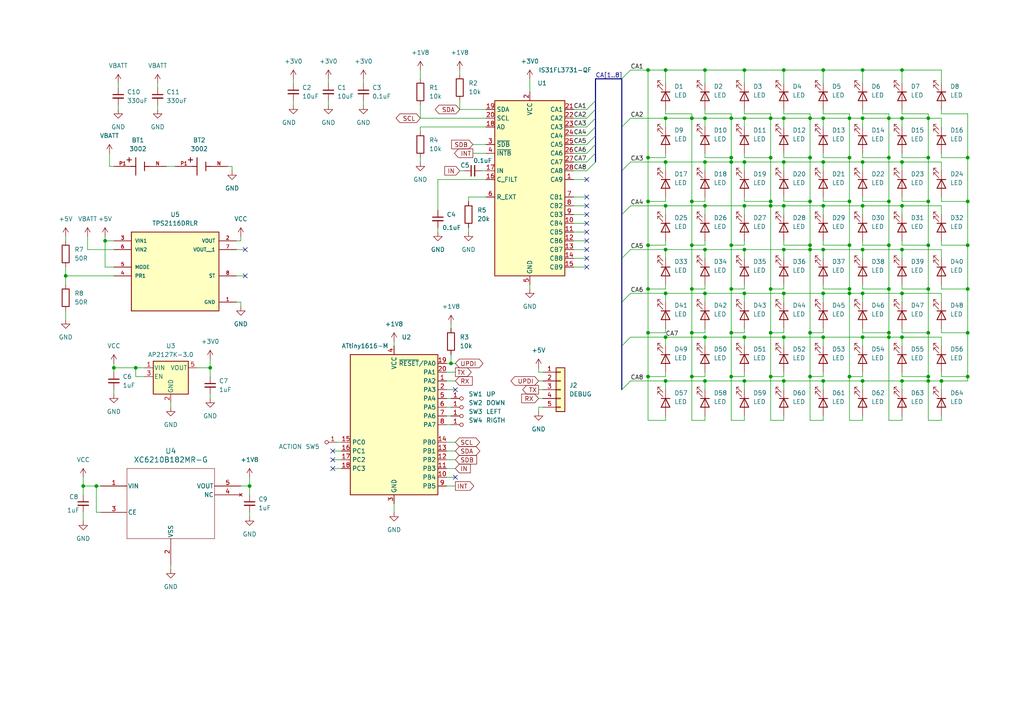
<source format=kicad_sch>
(kicad_sch (version 20230121) (generator eeschema)
  (paper "A4")
  (junction (at 212.09 96.52))
  (junction (at 261.62 59.69))
  (junction (at 227.33 72.39))
  (junction (at 280.67 96.52))
  (junction (at 200.66 58.42))
  (junction (at 193.04 59.69))
  (junction (at 238.76 20.32))
  (junction (at 19.05 80.01))
  (junction (at 261.62 72.39))
  (junction (at 227.33 85.09))
  (junction (at 250.19 85.09))
  (junction (at 261.62 97.79))
  (junction (at 246.38 58.42))
  (junction (at 280.67 109.22))
  (junction (at 227.33 46.99))
  (junction (at 238.76 97.79))
  (junction (at 215.9 72.39))
  (junction (at 273.05 110.49))
  (junction (at 212.09 83.82))
  (junction (at 234.95 58.42))
  (junction (at 246.38 34.29))
  (junction (at 223.52 45.72))
  (junction (at 212.09 71.12))
  (junction (at 30.48 69.85))
  (junction (at 200.66 34.29))
  (junction (at 269.24 96.52))
  (junction (at 234.95 96.52))
  (junction (at 130.81 105.41))
  (junction (at 200.66 71.12))
  (junction (at 27.94 140.97))
  (junction (at 187.96 45.72))
  (junction (at 257.81 97.79))
  (junction (at 246.38 85.09))
  (junction (at 269.24 110.49))
  (junction (at 280.67 45.72))
  (junction (at 261.62 85.09))
  (junction (at 261.62 20.32))
  (junction (at 39.37 106.68))
  (junction (at 193.04 34.29))
  (junction (at 269.24 83.82))
  (junction (at 200.66 83.82))
  (junction (at 234.95 109.22))
  (junction (at 215.9 46.99))
  (junction (at 238.76 59.69))
  (junction (at 257.81 83.82))
  (junction (at 200.66 109.22))
  (junction (at 234.95 72.39))
  (junction (at 215.9 59.69))
  (junction (at 223.52 96.52))
  (junction (at 204.47 97.79))
  (junction (at 261.62 34.29))
  (junction (at 187.96 20.32))
  (junction (at 193.04 110.49))
  (junction (at 250.19 97.79))
  (junction (at 227.33 20.32))
  (junction (at 223.52 59.69))
  (junction (at 261.62 110.49))
  (junction (at 280.67 83.82))
  (junction (at 215.9 34.29))
  (junction (at 250.19 110.49))
  (junction (at 261.62 46.99))
  (junction (at 234.95 45.72))
  (junction (at 227.33 97.79))
  (junction (at 200.66 96.52))
  (junction (at 227.33 34.29))
  (junction (at 187.96 83.82))
  (junction (at 234.95 71.12))
  (junction (at 33.02 106.68))
  (junction (at 227.33 59.69))
  (junction (at 269.24 109.22))
  (junction (at 257.81 96.52))
  (junction (at 187.96 96.52))
  (junction (at 250.19 46.99))
  (junction (at 215.9 20.32))
  (junction (at 246.38 45.72))
  (junction (at 238.76 46.99))
  (junction (at 250.19 34.29))
  (junction (at 269.24 71.12))
  (junction (at 204.47 46.99))
  (junction (at 187.96 109.22))
  (junction (at 24.13 140.97))
  (junction (at 204.47 85.09))
  (junction (at 187.96 58.42))
  (junction (at 215.9 110.49))
  (junction (at 257.81 45.72))
  (junction (at 269.24 34.29))
  (junction (at 215.9 85.09))
  (junction (at 250.19 72.39))
  (junction (at 250.19 20.32))
  (junction (at 238.76 72.39))
  (junction (at 212.09 45.72))
  (junction (at 204.47 34.29))
  (junction (at 250.19 59.69))
  (junction (at 212.09 46.99))
  (junction (at 280.67 58.42))
  (junction (at 204.47 20.32))
  (junction (at 238.76 85.09))
  (junction (at 204.47 59.69))
  (junction (at 72.39 140.97))
  (junction (at 246.38 109.22))
  (junction (at 223.52 83.82))
  (junction (at 238.76 110.49))
  (junction (at 204.47 72.39))
  (junction (at 223.52 34.29))
  (junction (at 193.04 97.79))
  (junction (at 193.04 72.39))
  (junction (at 257.81 34.29))
  (junction (at 227.33 110.49))
  (junction (at 246.38 83.82))
  (junction (at 269.24 58.42))
  (junction (at 223.52 109.22))
  (junction (at 193.04 20.32))
  (junction (at 193.04 85.09))
  (junction (at 257.81 58.42))
  (junction (at 215.9 97.79))
  (junction (at 204.47 110.49))
  (junction (at 223.52 58.42))
  (junction (at 187.96 71.12))
  (junction (at 238.76 34.29))
  (junction (at 269.24 45.72))
  (junction (at 212.09 34.29))
  (junction (at 60.96 106.68))
  (junction (at 212.09 109.22))
  (junction (at 193.04 46.99))
  (junction (at 246.38 71.12))
  (junction (at 280.67 71.12))
  (junction (at 257.81 71.12))
  (junction (at 234.95 34.29))
  (no_connect (at 170.18 57.15))
  (no_connect (at 170.18 52.07))
  (no_connect (at 96.52 135.89))
  (no_connect (at 132.08 113.03))
  (no_connect (at 170.18 72.39))
  (no_connect (at 170.18 69.85))
  (no_connect (at 170.18 74.93))
  (no_connect (at 170.18 62.23))
  (no_connect (at 96.52 133.35))
  (no_connect (at 170.18 77.47))
  (no_connect (at 96.52 130.81))
  (no_connect (at 170.18 67.31))
  (no_connect (at 170.18 64.77))
  (no_connect (at 71.12 80.01))
  (no_connect (at 132.08 138.43))
  (no_connect (at 71.12 72.39))
  (no_connect (at 170.18 59.69))
  (bus_entry (at 172.72 41.91) (size -2.54 2.54))
  (bus_entry (at 180.34 100.33) (size 2.54 -2.54))
  (bus_entry (at 180.34 22.86) (size 2.54 -2.54))
  (bus_entry (at 172.72 31.75) (size -2.54 2.54))
  (bus_entry (at 180.34 49.53) (size 2.54 -2.54))
  (bus_entry (at 180.34 62.23) (size 2.54 -2.54))
  (bus_entry (at 172.72 29.21) (size -2.54 2.54))
  (bus_entry (at 180.34 87.63) (size 2.54 -2.54))
  (bus_entry (at 172.72 34.29) (size -2.54 2.54))
  (bus_entry (at 172.72 39.37) (size -2.54 2.54))
  (bus_entry (at 180.34 36.83) (size 2.54 -2.54))
  (bus_entry (at 172.72 44.45) (size -2.54 2.54))
  (bus_entry (at 180.34 74.93) (size 2.54 -2.54))
  (bus_entry (at 172.72 46.99) (size -2.54 2.54))
  (bus_entry (at 180.34 113.03) (size 2.54 -2.54))
  (bus_entry (at 172.72 36.83) (size -2.54 2.54))
  (wire (pts (xy 133.35 49.53) (xy 134.62 49.53)))
  (wire (pts (xy 215.9 85.09) (xy 227.33 85.09)))
  (wire (pts (xy 129.54 140.97) (xy 132.08 140.97)))
  (wire (pts (xy 166.37 41.91) (xy 170.18 41.91)))
  (wire (pts (xy 261.62 107.95) (xy 261.62 109.22)))
  (wire (pts (xy 234.95 34.29) (xy 234.95 45.72)))
  (wire (pts (xy 215.9 110.49) (xy 227.33 110.49)))
  (wire (pts (xy 212.09 46.99) (xy 215.9 46.99)))
  (wire (pts (xy 39.37 106.68) (xy 41.91 106.68)))
  (wire (pts (xy 215.9 82.55) (xy 215.9 83.82)))
  (wire (pts (xy 223.52 83.82) (xy 227.33 83.82)))
  (wire (pts (xy 193.04 20.32) (xy 193.04 24.13)))
  (wire (pts (xy 250.19 59.69) (xy 261.62 59.69)))
  (wire (pts (xy 24.13 140.97) (xy 24.13 143.51)))
  (wire (pts (xy 193.04 110.49) (xy 204.47 110.49)))
  (wire (pts (xy 227.33 72.39) (xy 234.95 72.39)))
  (wire (pts (xy 204.47 46.99) (xy 204.47 49.53)))
  (wire (pts (xy 215.9 46.99) (xy 227.33 46.99)))
  (wire (pts (xy 193.04 46.99) (xy 204.47 46.99)))
  (wire (pts (xy 215.9 72.39) (xy 227.33 72.39)))
  (wire (pts (xy 250.19 72.39) (xy 250.19 74.93)))
  (wire (pts (xy 261.62 85.09) (xy 261.62 87.63)))
  (wire (pts (xy 121.92 36.83) (xy 121.92 38.1)))
  (wire (pts (xy 68.58 69.85) (xy 69.85 69.85)))
  (wire (pts (xy 204.47 97.79) (xy 204.47 100.33)))
  (wire (pts (xy 193.04 97.79) (xy 204.47 97.79)))
  (wire (pts (xy 187.96 121.92) (xy 193.04 121.92)))
  (wire (pts (xy 204.47 20.32) (xy 204.47 24.13)))
  (wire (pts (xy 121.92 34.29) (xy 140.97 34.29)))
  (wire (pts (xy 215.9 46.99) (xy 215.9 49.53)))
  (wire (pts (xy 238.76 69.85) (xy 238.76 71.12)))
  (wire (pts (xy 182.88 97.79) (xy 193.04 97.79)))
  (wire (pts (xy 238.76 58.42) (xy 246.38 58.42)))
  (wire (pts (xy 273.05 97.79) (xy 273.05 100.33)))
  (wire (pts (xy 45.72 24.13) (xy 45.72 25.4)))
  (wire (pts (xy 223.52 96.52) (xy 223.52 109.22)))
  (wire (pts (xy 212.09 83.82) (xy 215.9 83.82)))
  (wire (pts (xy 140.97 52.07) (xy 127 52.07)))
  (wire (pts (xy 137.16 44.45) (xy 140.97 44.45)))
  (wire (pts (xy 187.96 20.32) (xy 193.04 20.32)))
  (wire (pts (xy 166.37 62.23) (xy 170.18 62.23)))
  (wire (pts (xy 34.29 24.13) (xy 34.29 25.4)))
  (wire (pts (xy 238.76 71.12) (xy 246.38 71.12)))
  (wire (pts (xy 215.9 85.09) (xy 215.9 87.63)))
  (wire (pts (xy 182.88 85.09) (xy 193.04 85.09)))
  (wire (pts (xy 215.9 97.79) (xy 227.33 97.79)))
  (wire (pts (xy 135.89 66.04) (xy 135.89 67.31)))
  (wire (pts (xy 223.52 83.82) (xy 223.52 96.52)))
  (wire (pts (xy 238.76 110.49) (xy 238.76 113.03)))
  (wire (pts (xy 127 52.07) (xy 127 60.96)))
  (wire (pts (xy 182.88 72.39) (xy 193.04 72.39)))
  (wire (pts (xy 261.62 34.29) (xy 261.62 36.83)))
  (wire (pts (xy 250.19 110.49) (xy 250.19 113.03)))
  (wire (pts (xy 250.19 34.29) (xy 250.19 36.83)))
  (bus (pts (xy 180.34 22.86) (xy 180.34 36.83)))
  (wire (pts (xy 227.33 46.99) (xy 227.33 49.53)))
  (wire (pts (xy 246.38 85.09) (xy 246.38 109.22)))
  (wire (pts (xy 238.76 97.79) (xy 250.19 97.79)))
  (wire (pts (xy 24.13 148.59) (xy 24.13 151.13)))
  (wire (pts (xy 261.62 96.52) (xy 269.24 96.52)))
  (wire (pts (xy 96.52 133.35) (xy 99.06 133.35)))
  (wire (pts (xy 204.47 33.02) (xy 212.09 33.02)))
  (wire (pts (xy 85.09 22.86) (xy 85.09 24.13)))
  (wire (pts (xy 234.95 72.39) (xy 234.95 96.52)))
  (wire (pts (xy 39.37 109.22) (xy 41.91 109.22)))
  (wire (pts (xy 204.47 44.45) (xy 204.47 45.72)))
  (wire (pts (xy 250.19 97.79) (xy 250.19 100.33)))
  (wire (pts (xy 250.19 44.45) (xy 250.19 45.72)))
  (wire (pts (xy 68.58 72.39) (xy 71.12 72.39)))
  (wire (pts (xy 273.05 82.55) (xy 273.05 83.82)))
  (wire (pts (xy 280.67 58.42) (xy 280.67 71.12)))
  (wire (pts (xy 193.04 110.49) (xy 193.04 113.03)))
  (wire (pts (xy 273.05 45.72) (xy 280.67 45.72)))
  (wire (pts (xy 238.76 20.32) (xy 250.19 20.32)))
  (wire (pts (xy 273.05 33.02) (xy 280.67 33.02)))
  (wire (pts (xy 238.76 83.82) (xy 246.38 83.82)))
  (wire (pts (xy 238.76 74.93) (xy 238.76 72.39)))
  (wire (pts (xy 130.81 102.87) (xy 130.81 105.41)))
  (wire (pts (xy 250.19 20.32) (xy 250.19 24.13)))
  (wire (pts (xy 156.21 115.57) (xy 157.48 115.57)))
  (wire (pts (xy 227.33 31.75) (xy 227.33 33.02)))
  (wire (pts (xy 250.19 46.99) (xy 250.19 49.53)))
  (wire (pts (xy 238.76 34.29) (xy 246.38 34.29)))
  (wire (pts (xy 204.47 31.75) (xy 204.47 33.02)))
  (wire (pts (xy 269.24 110.49) (xy 273.05 110.49)))
  (wire (pts (xy 187.96 96.52) (xy 193.04 96.52)))
  (wire (pts (xy 227.33 45.72) (xy 234.95 45.72)))
  (wire (pts (xy 187.96 109.22) (xy 193.04 109.22)))
  (wire (pts (xy 193.04 44.45) (xy 193.04 45.72)))
  (wire (pts (xy 133.35 29.21) (xy 133.35 31.75)))
  (wire (pts (xy 261.62 59.69) (xy 273.05 59.69)))
  (wire (pts (xy 33.02 106.68) (xy 33.02 107.95)))
  (wire (pts (xy 193.04 97.79) (xy 193.04 100.33)))
  (wire (pts (xy 72.39 140.97) (xy 72.39 143.51)))
  (bus (pts (xy 180.34 62.23) (xy 180.34 74.93)))
  (wire (pts (xy 223.52 34.29) (xy 227.33 34.29)))
  (wire (pts (xy 273.05 110.49) (xy 280.67 110.49)))
  (wire (pts (xy 114.3 99.06) (xy 114.3 100.33)))
  (wire (pts (xy 215.9 44.45) (xy 215.9 45.72)))
  (wire (pts (xy 57.15 106.68) (xy 60.96 106.68)))
  (wire (pts (xy 166.37 39.37) (xy 170.18 39.37)))
  (wire (pts (xy 250.19 107.95) (xy 250.19 109.22)))
  (wire (pts (xy 166.37 57.15) (xy 170.18 57.15)))
  (wire (pts (xy 212.09 45.72) (xy 212.09 46.99)))
  (wire (pts (xy 193.04 72.39) (xy 204.47 72.39)))
  (wire (pts (xy 33.02 105.41) (xy 33.02 106.68)))
  (wire (pts (xy 204.47 110.49) (xy 215.9 110.49)))
  (wire (pts (xy 250.19 83.82) (xy 257.81 83.82)))
  (wire (pts (xy 193.04 62.23) (xy 193.04 59.69)))
  (wire (pts (xy 234.95 33.02) (xy 234.95 34.29)))
  (wire (pts (xy 33.02 77.47) (xy 30.48 77.47)))
  (wire (pts (xy 212.09 96.52) (xy 215.9 96.52)))
  (wire (pts (xy 273.05 120.65) (xy 273.05 121.92)))
  (wire (pts (xy 238.76 34.29) (xy 238.76 36.83)))
  (wire (pts (xy 114.3 146.05) (xy 114.3 148.59)))
  (wire (pts (xy 261.62 120.65) (xy 261.62 121.92)))
  (wire (pts (xy 166.37 74.93) (xy 170.18 74.93)))
  (wire (pts (xy 204.47 95.25) (xy 204.47 96.52)))
  (wire (pts (xy 212.09 46.99) (xy 212.09 71.12)))
  (wire (pts (xy 193.04 46.99) (xy 193.04 49.53)))
  (wire (pts (xy 166.37 52.07) (xy 170.18 52.07)))
  (wire (pts (xy 246.38 34.29) (xy 246.38 45.72)))
  (wire (pts (xy 261.62 59.69) (xy 261.62 62.23)))
  (wire (pts (xy 227.33 33.02) (xy 234.95 33.02)))
  (wire (pts (xy 25.4 68.58) (xy 25.4 72.39)))
  (wire (pts (xy 212.09 71.12) (xy 212.09 83.82)))
  (wire (pts (xy 238.76 45.72) (xy 246.38 45.72)))
  (wire (pts (xy 133.35 20.32) (xy 133.35 21.59)))
  (wire (pts (xy 31.75 44.45) (xy 31.75 48.26)))
  (wire (pts (xy 250.19 34.29) (xy 257.81 34.29)))
  (wire (pts (xy 60.96 114.3) (xy 60.96 115.57)))
  (wire (pts (xy 250.19 96.52) (xy 257.81 96.52)))
  (wire (pts (xy 156.21 107.95) (xy 157.48 107.95)))
  (wire (pts (xy 96.52 135.89) (xy 99.06 135.89)))
  (wire (pts (xy 19.05 80.01) (xy 33.02 80.01)))
  (wire (pts (xy 215.9 69.85) (xy 215.9 71.12)))
  (wire (pts (xy 215.9 59.69) (xy 223.52 59.69)))
  (wire (pts (xy 257.81 83.82) (xy 257.81 96.52)))
  (wire (pts (xy 273.05 34.29) (xy 269.24 34.29)))
  (wire (pts (xy 280.67 96.52) (xy 280.67 109.22)))
  (wire (pts (xy 269.24 71.12) (xy 269.24 83.82)))
  (wire (pts (xy 215.9 58.42) (xy 223.52 58.42)))
  (wire (pts (xy 261.62 109.22) (xy 269.24 109.22)))
  (wire (pts (xy 193.04 85.09) (xy 204.47 85.09)))
  (wire (pts (xy 193.04 34.29) (xy 200.66 34.29)))
  (wire (pts (xy 212.09 96.52) (xy 212.09 109.22)))
  (wire (pts (xy 157.48 118.11) (xy 156.21 118.11)))
  (wire (pts (xy 19.05 77.47) (xy 19.05 80.01)))
  (wire (pts (xy 261.62 58.42) (xy 269.24 58.42)))
  (wire (pts (xy 212.09 34.29) (xy 212.09 45.72)))
  (wire (pts (xy 212.09 33.02) (xy 212.09 34.29)))
  (wire (pts (xy 261.62 95.25) (xy 261.62 96.52)))
  (wire (pts (xy 215.9 20.32) (xy 215.9 24.13)))
  (wire (pts (xy 127 66.04) (xy 127 67.31)))
  (wire (pts (xy 187.96 58.42) (xy 193.04 58.42)))
  (wire (pts (xy 193.04 34.29) (xy 193.04 36.83)))
  (wire (pts (xy 261.62 34.29) (xy 269.24 34.29)))
  (wire (pts (xy 246.38 121.92) (xy 250.19 121.92)))
  (wire (pts (xy 223.52 109.22) (xy 223.52 121.92)))
  (wire (pts (xy 227.33 85.09) (xy 227.33 87.63)))
  (wire (pts (xy 227.33 110.49) (xy 238.76 110.49)))
  (wire (pts (xy 227.33 71.12) (xy 234.95 71.12)))
  (wire (pts (xy 24.13 138.43) (xy 24.13 140.97)))
  (wire (pts (xy 45.72 30.48) (xy 45.72 31.75)))
  (wire (pts (xy 273.05 59.69) (xy 273.05 62.23)))
  (wire (pts (xy 24.13 140.97) (xy 27.94 140.97)))
  (wire (pts (xy 250.19 46.99) (xy 261.62 46.99)))
  (wire (pts (xy 257.81 58.42) (xy 257.81 71.12)))
  (wire (pts (xy 200.66 96.52) (xy 204.47 96.52)))
  (wire (pts (xy 257.81 121.92) (xy 261.62 121.92)))
  (wire (pts (xy 223.52 34.29) (xy 223.52 45.72)))
  (wire (pts (xy 204.47 107.95) (xy 204.47 109.22)))
  (wire (pts (xy 227.33 20.32) (xy 227.33 24.13)))
  (wire (pts (xy 215.9 95.25) (xy 215.9 96.52)))
  (wire (pts (xy 234.95 121.92) (xy 238.76 121.92)))
  (wire (pts (xy 215.9 20.32) (xy 227.33 20.32)))
  (wire (pts (xy 193.04 107.95) (xy 193.04 109.22)))
  (wire (pts (xy 238.76 82.55) (xy 238.76 83.82)))
  (wire (pts (xy 215.9 34.29) (xy 223.52 34.29)))
  (wire (pts (xy 130.81 93.98) (xy 130.81 95.25)))
  (wire (pts (xy 85.09 29.21) (xy 85.09 30.48)))
  (wire (pts (xy 200.66 109.22) (xy 204.47 109.22)))
  (wire (pts (xy 227.33 20.32) (xy 238.76 20.32)))
  (wire (pts (xy 193.04 31.75) (xy 193.04 33.02)))
  (wire (pts (xy 215.9 107.95) (xy 215.9 109.22)))
  (wire (pts (xy 227.33 82.55) (xy 227.33 83.82)))
  (wire (pts (xy 33.02 48.26) (xy 31.75 48.26)))
  (wire (pts (xy 187.96 20.32) (xy 187.96 45.72)))
  (wire (pts (xy 238.76 57.15) (xy 238.76 58.42)))
  (wire (pts (xy 215.9 72.39) (xy 215.9 74.93)))
  (wire (pts (xy 212.09 34.29) (xy 215.9 34.29)))
  (wire (pts (xy 238.76 31.75) (xy 238.76 33.02)))
  (wire (pts (xy 33.02 113.03) (xy 33.02 114.3)))
  (bus (pts (xy 172.72 31.75) (xy 172.72 34.29)))
  (wire (pts (xy 153.67 22.86) (xy 153.67 26.67)))
  (wire (pts (xy 130.81 105.41) (xy 132.08 105.41)))
  (bus (pts (xy 172.72 44.45) (xy 172.72 46.99)))
  (wire (pts (xy 182.88 34.29) (xy 193.04 34.29)))
  (wire (pts (xy 250.19 31.75) (xy 250.19 33.02)))
  (wire (pts (xy 204.47 45.72) (xy 212.09 45.72)))
  (bus (pts (xy 172.72 22.86) (xy 172.72 29.21)))
  (wire (pts (xy 212.09 71.12) (xy 215.9 71.12)))
  (wire (pts (xy 250.19 97.79) (xy 257.81 97.79)))
  (wire (pts (xy 269.24 96.52) (xy 269.24 109.22)))
  (wire (pts (xy 133.35 31.75) (xy 140.97 31.75)))
  (wire (pts (xy 250.19 57.15) (xy 250.19 58.42)))
  (wire (pts (xy 200.66 71.12) (xy 200.66 83.82)))
  (wire (pts (xy 166.37 72.39) (xy 170.18 72.39)))
  (wire (pts (xy 238.76 107.95) (xy 238.76 109.22)))
  (wire (pts (xy 193.04 20.32) (xy 204.47 20.32)))
  (wire (pts (xy 223.52 109.22) (xy 227.33 109.22)))
  (wire (pts (xy 280.67 45.72) (xy 280.67 58.42)))
  (wire (pts (xy 223.52 59.69) (xy 223.52 83.82)))
  (wire (pts (xy 204.47 59.69) (xy 204.47 62.23)))
  (wire (pts (xy 19.05 90.17) (xy 19.05 92.71)))
  (wire (pts (xy 261.62 110.49) (xy 269.24 110.49)))
  (wire (pts (xy 223.52 45.72) (xy 223.52 58.42)))
  (wire (pts (xy 273.05 20.32) (xy 273.05 24.13)))
  (wire (pts (xy 34.29 30.48) (xy 34.29 31.75)))
  (wire (pts (xy 129.54 115.57) (xy 130.81 115.57)))
  (wire (pts (xy 200.66 109.22) (xy 200.66 121.92)))
  (wire (pts (xy 200.66 33.02) (xy 200.66 34.29)))
  (wire (pts (xy 129.54 135.89) (xy 132.08 135.89)))
  (wire (pts (xy 273.05 85.09) (xy 273.05 87.63)))
  (wire (pts (xy 166.37 31.75) (xy 170.18 31.75)))
  (wire (pts (xy 153.67 82.55) (xy 153.67 83.82)))
  (wire (pts (xy 140.97 36.83) (xy 121.92 36.83)))
  (wire (pts (xy 223.52 33.02) (xy 223.52 34.29)))
  (wire (pts (xy 273.05 69.85) (xy 273.05 71.12)))
  (wire (pts (xy 204.47 72.39) (xy 215.9 72.39)))
  (wire (pts (xy 280.67 71.12) (xy 280.67 83.82)))
  (wire (pts (xy 269.24 121.92) (xy 273.05 121.92)))
  (wire (pts (xy 200.66 58.42) (xy 200.66 71.12)))
  (wire (pts (xy 246.38 33.02) (xy 246.38 34.29)))
  (wire (pts (xy 227.33 46.99) (xy 238.76 46.99)))
  (wire (pts (xy 223.52 121.92) (xy 227.33 121.92)))
  (wire (pts (xy 246.38 109.22) (xy 246.38 121.92)))
  (wire (pts (xy 121.92 45.72) (xy 121.92 46.99)))
  (wire (pts (xy 129.54 118.11) (xy 130.81 118.11)))
  (wire (pts (xy 166.37 77.47) (xy 170.18 77.47)))
  (wire (pts (xy 261.62 57.15) (xy 261.62 58.42)))
  (wire (pts (xy 182.88 46.99) (xy 193.04 46.99)))
  (wire (pts (xy 250.19 45.72) (xy 257.81 45.72)))
  (wire (pts (xy 129.54 130.81) (xy 132.08 130.81)))
  (wire (pts (xy 273.05 107.95) (xy 273.05 109.22)))
  (wire (pts (xy 273.05 31.75) (xy 273.05 33.02)))
  (wire (pts (xy 129.54 120.65) (xy 130.81 120.65)))
  (bus (pts (xy 180.34 49.53) (xy 180.34 62.23)))
  (wire (pts (xy 135.89 57.15) (xy 135.89 58.42)))
  (wire (pts (xy 166.37 67.31) (xy 170.18 67.31)))
  (wire (pts (xy 273.05 110.49) (xy 273.05 113.03)))
  (wire (pts (xy 137.16 41.91) (xy 140.97 41.91)))
  (wire (pts (xy 193.04 69.85) (xy 193.04 71.12)))
  (wire (pts (xy 280.67 33.02) (xy 280.67 45.72)))
  (wire (pts (xy 261.62 110.49) (xy 261.62 113.03)))
  (wire (pts (xy 250.19 59.69) (xy 250.19 62.23)))
  (wire (pts (xy 250.19 58.42) (xy 257.81 58.42)))
  (wire (pts (xy 204.47 46.99) (xy 212.09 46.99)))
  (wire (pts (xy 223.52 96.52) (xy 227.33 96.52)))
  (wire (pts (xy 69.85 68.58) (xy 69.85 69.85)))
  (wire (pts (xy 250.19 85.09) (xy 261.62 85.09)))
  (wire (pts (xy 204.47 85.09) (xy 204.47 87.63)))
  (wire (pts (xy 193.04 57.15) (xy 193.04 58.42)))
  (wire (pts (xy 261.62 46.99) (xy 261.62 49.53)))
  (wire (pts (xy 238.76 85.09) (xy 238.76 87.63)))
  (wire (pts (xy 187.96 83.82) (xy 193.04 83.82)))
  (wire (pts (xy 250.19 110.49) (xy 261.62 110.49)))
  (bus (pts (xy 172.72 39.37) (xy 172.72 41.91)))
  (wire (pts (xy 227.33 58.42) (xy 234.95 58.42)))
  (wire (pts (xy 238.76 20.32) (xy 238.76 24.13)))
  (wire (pts (xy 269.24 45.72) (xy 269.24 58.42)))
  (wire (pts (xy 187.96 58.42) (xy 187.96 71.12)))
  (wire (pts (xy 204.47 20.32) (xy 215.9 20.32)))
  (wire (pts (xy 49.53 163.83) (xy 49.53 165.1)))
  (wire (pts (xy 187.96 96.52) (xy 187.96 109.22)))
  (wire (pts (xy 234.95 58.42) (xy 234.95 71.12)))
  (wire (pts (xy 261.62 72.39) (xy 273.05 72.39)))
  (wire (pts (xy 261.62 97.79) (xy 261.62 100.33)))
  (wire (pts (xy 200.66 58.42) (xy 204.47 58.42)))
  (wire (pts (xy 238.76 59.69) (xy 250.19 59.69)))
  (wire (pts (xy 261.62 72.39) (xy 261.62 74.93)))
  (wire (pts (xy 273.05 57.15) (xy 273.05 58.42)))
  (wire (pts (xy 187.96 109.22) (xy 187.96 121.92)))
  (wire (pts (xy 166.37 69.85) (xy 170.18 69.85)))
  (wire (pts (xy 273.05 34.29) (xy 273.05 36.83)))
  (wire (pts (xy 238.76 97.79) (xy 238.76 100.33)))
  (wire (pts (xy 261.62 45.72) (xy 269.24 45.72)))
  (wire (pts (xy 68.58 87.63) (xy 69.85 87.63)))
  (wire (pts (xy 166.37 44.45) (xy 170.18 44.45)))
  (wire (pts (xy 250.19 82.55) (xy 250.19 83.82)))
  (wire (pts (xy 250.19 33.02) (xy 257.81 33.02)))
  (wire (pts (xy 193.04 33.02) (xy 200.66 33.02)))
  (wire (pts (xy 215.9 97.79) (xy 215.9 100.33)))
  (wire (pts (xy 223.52 59.69) (xy 227.33 59.69)))
  (wire (pts (xy 246.38 45.72) (xy 246.38 58.42)))
  (wire (pts (xy 257.81 96.52) (xy 257.81 97.79)))
  (wire (pts (xy 250.19 120.65) (xy 250.19 121.92)))
  (wire (pts (xy 257.81 71.12) (xy 257.81 83.82)))
  (wire (pts (xy 250.19 20.32) (xy 261.62 20.32)))
  (wire (pts (xy 187.96 45.72) (xy 187.96 58.42)))
  (wire (pts (xy 261.62 20.32) (xy 273.05 20.32)))
  (wire (pts (xy 182.88 59.69) (xy 193.04 59.69)))
  (wire (pts (xy 234.95 45.72) (xy 234.95 58.42)))
  (wire (pts (xy 69.85 140.97) (xy 72.39 140.97)))
  (wire (pts (xy 227.33 34.29) (xy 234.95 34.29)))
  (wire (pts (xy 257.81 34.29) (xy 257.81 45.72)))
  (wire (pts (xy 234.95 109.22) (xy 234.95 121.92)))
  (wire (pts (xy 72.39 148.59) (xy 72.39 149.86)))
  (wire (pts (xy 212.09 83.82) (xy 212.09 96.52)))
  (wire (pts (xy 234.95 72.39) (xy 238.76 72.39)))
  (wire (pts (xy 135.89 57.15) (xy 140.97 57.15)))
  (wire (pts (xy 204.47 120.65) (xy 204.47 121.92)))
  (wire (pts (xy 269.24 121.92) (xy 269.24 110.49)))
  (wire (pts (xy 48.26 48.26) (xy 50.8 48.26)))
  (wire (pts (xy 261.62 85.09) (xy 273.05 85.09)))
  (wire (pts (xy 19.05 80.01) (xy 19.05 82.55)))
  (wire (pts (xy 156.21 113.03) (xy 157.48 113.03)))
  (wire (pts (xy 215.9 113.03) (xy 215.9 110.49)))
  (wire (pts (xy 234.95 71.12) (xy 234.95 72.39)))
  (wire (pts (xy 204.47 82.55) (xy 204.47 83.82)))
  (wire (pts (xy 257.81 34.29) (xy 261.62 34.29)))
  (bus (pts (xy 172.72 29.21) (xy 172.72 31.75)))
  (wire (pts (xy 33.02 106.68) (xy 39.37 106.68)))
  (wire (pts (xy 246.38 71.12) (xy 246.38 83.82)))
  (wire (pts (xy 227.33 57.15) (xy 227.33 58.42)))
  (wire (pts (xy 238.76 72.39) (xy 250.19 72.39)))
  (wire (pts (xy 238.76 59.69) (xy 238.76 62.23)))
  (wire (pts (xy 200.66 121.92) (xy 204.47 121.92)))
  (wire (pts (xy 60.96 106.68) (xy 60.96 109.22)))
  (wire (pts (xy 166.37 36.83) (xy 170.18 36.83)))
  (wire (pts (xy 212.09 109.22) (xy 215.9 109.22)))
  (wire (pts (xy 238.76 46.99) (xy 238.76 49.53)))
  (wire (pts (xy 29.21 148.59) (xy 27.94 148.59)))
  (wire (pts (xy 212.09 109.22) (xy 212.09 121.92)))
  (wire (pts (xy 238.76 110.49) (xy 250.19 110.49)))
  (wire (pts (xy 95.25 29.21) (xy 95.25 30.48)))
  (wire (pts (xy 257.81 45.72) (xy 257.81 58.42)))
  (wire (pts (xy 60.96 104.14) (xy 60.96 106.68)))
  (wire (pts (xy 129.54 113.03) (xy 132.08 113.03)))
  (wire (pts (xy 223.52 58.42) (xy 223.52 59.69)))
  (bus (pts (xy 180.34 100.33) (xy 180.34 113.03)))
  (wire (pts (xy 30.48 68.58) (xy 30.48 69.85)))
  (wire (pts (xy 204.47 110.49) (xy 204.47 113.03)))
  (wire (pts (xy 72.39 138.43) (xy 72.39 140.97)))
  (wire (pts (xy 204.47 69.85) (xy 204.47 71.12)))
  (wire (pts (xy 215.9 34.29) (xy 215.9 36.83)))
  (wire (pts (xy 280.67 109.22) (xy 280.67 110.49)))
  (wire (pts (xy 269.24 33.02) (xy 269.24 34.29)))
  (wire (pts (xy 30.48 69.85) (xy 30.48 77.47)))
  (wire (pts (xy 227.33 97.79) (xy 227.33 100.33)))
  (wire (pts (xy 269.24 58.42) (xy 269.24 71.12)))
  (wire (pts (xy 227.33 59.69) (xy 238.76 59.69)))
  (wire (pts (xy 227.33 72.39) (xy 227.33 74.93)))
  (wire (pts (xy 166.37 49.53) (xy 170.18 49.53)))
  (wire (pts (xy 227.33 59.69) (xy 227.33 62.23)))
  (wire (pts (xy 66.04 48.26) (xy 67.31 48.26)))
  (wire (pts (xy 227.33 34.29) (xy 227.33 36.83)))
  (wire (pts (xy 261.62 97.79) (xy 273.05 97.79)))
  (wire (pts (xy 129.54 110.49) (xy 132.08 110.49)))
  (wire (pts (xy 204.47 59.69) (xy 215.9 59.69)))
  (bus (pts (xy 172.72 41.91) (xy 172.72 44.45)))
  (wire (pts (xy 250.19 71.12) (xy 257.81 71.12)))
  (wire (pts (xy 212.09 121.92) (xy 215.9 121.92)))
  (wire (pts (xy 69.85 87.63) (xy 69.85 88.9)))
  (wire (pts (xy 261.62 20.32) (xy 261.62 24.13)))
  (wire (pts (xy 250.19 85.09) (xy 250.19 87.63)))
  (wire (pts (xy 273.05 71.12) (xy 280.67 71.12)))
  (wire (pts (xy 30.48 69.85) (xy 33.02 69.85)))
  (wire (pts (xy 193.04 82.55) (xy 193.04 83.82)))
  (wire (pts (xy 204.47 97.79) (xy 215.9 97.79)))
  (wire (pts (xy 261.62 69.85) (xy 261.62 71.12)))
  (wire (pts (xy 39.37 106.68) (xy 39.37 109.22)))
  (wire (pts (xy 132.08 138.43) (xy 129.54 138.43)))
  (wire (pts (xy 129.54 123.19) (xy 130.81 123.19)))
  (wire (pts (xy 166.37 64.77) (xy 170.18 64.77)))
  (wire (pts (xy 227.33 95.25) (xy 227.33 96.52)))
  (wire (pts (xy 269.24 109.22) (xy 269.24 110.49)))
  (wire (pts (xy 234.95 109.22) (xy 238.76 109.22)))
  (wire (pts (xy 215.9 120.65) (xy 215.9 121.92)))
  (wire (pts (xy 193.04 85.09) (xy 193.04 87.63)))
  (wire (pts (xy 204.47 34.29) (xy 212.09 34.29)))
  (wire (pts (xy 238.76 33.02) (xy 246.38 33.02)))
  (bus (pts (xy 172.72 22.86) (xy 180.34 22.86)))
  (wire (pts (xy 246.38 58.42) (xy 246.38 71.12)))
  (wire (pts (xy 200.66 83.82) (xy 200.66 96.52)))
  (wire (pts (xy 250.19 72.39) (xy 261.62 72.39)))
  (wire (pts (xy 227.33 120.65) (xy 227.33 121.92)))
  (wire (pts (xy 166.37 59.69) (xy 170.18 59.69)))
  (wire (pts (xy 280.67 83.82) (xy 280.67 96.52)))
  (wire (pts (xy 273.05 46.99) (xy 273.05 49.53)))
  (wire (pts (xy 246.38 109.22) (xy 250.19 109.22)))
  (wire (pts (xy 129.54 105.41) (xy 130.81 105.41)))
  (wire (pts (xy 200.66 71.12) (xy 204.47 71.12)))
  (wire (pts (xy 261.62 82.55) (xy 261.62 83.82)))
  (wire (pts (xy 19.05 68.58) (xy 19.05 69.85)))
  (wire (pts (xy 257.81 97.79) (xy 261.62 97.79)))
  (wire (pts (xy 238.76 85.09) (xy 246.38 85.09)))
  (wire (pts (xy 227.33 97.79) (xy 238.76 97.79)))
  (wire (pts (xy 273.05 72.39) (xy 273.05 74.93)))
  (wire (pts (xy 95.25 22.86) (xy 95.25 24.13)))
  (wire (pts (xy 250.19 95.25) (xy 250.19 96.52)))
  (wire (pts (xy 156.21 106.68) (xy 156.21 107.95)))
  (wire (pts (xy 193.04 59.69) (xy 204.47 59.69)))
  (wire (pts (xy 27.94 140.97) (xy 29.21 140.97)))
  (wire (pts (xy 261.62 44.45) (xy 261.62 45.72)))
  (wire (pts (xy 97.79 128.27) (xy 99.06 128.27)))
  (wire (pts (xy 27.94 140.97) (xy 27.94 148.59)))
  (wire (pts (xy 273.05 96.52) (xy 280.67 96.52)))
  (wire (pts (xy 261.62 83.82) (xy 269.24 83.82)))
  (wire (pts (xy 227.33 69.85) (xy 227.33 71.12)))
  (wire (pts (xy 227.33 44.45) (xy 227.33 45.72)))
  (wire (pts (xy 121.92 20.32) (xy 121.92 22.86)))
  (wire (pts (xy 204.47 72.39) (xy 204.47 74.93)))
  (wire (pts (xy 273.05 83.82) (xy 280.67 83.82)))
  (wire (pts (xy 261.62 31.75) (xy 261.62 33.02)))
  (wire (pts (xy 204.47 85.09) (xy 215.9 85.09)))
  (wire (pts (xy 261.62 33.02) (xy 269.24 33.02)))
  (wire (pts (xy 204.47 57.15) (xy 204.47 58.42)))
  (wire (pts (xy 193.04 95.25) (xy 193.04 96.52)))
  (wire (pts (xy 238.76 95.25) (xy 238.76 96.52)))
  (wire (pts (xy 227.33 110.49) (xy 227.33 113.03)))
  (wire (pts (xy 187.96 83.82) (xy 187.96 96.52)))
  (wire (pts (xy 121.92 30.48) (xy 121.92 34.29)))
  (wire (pts (xy 105.41 29.21) (xy 105.41 30.48)))
  (wire (pts (xy 187.96 71.12) (xy 187.96 83.82)))
  (wire (pts (xy 182.88 20.32) (xy 187.96 20.32)))
  (wire (pts (xy 129.54 128.27) (xy 132.08 128.27)))
  (wire (pts (xy 261.62 46.99) (xy 273.05 46.99)))
  (wire (pts (xy 234.95 96.52) (xy 234.95 109.22)))
  (wire (pts (xy 238.76 44.45) (xy 238.76 45.72)))
  (wire (pts (xy 261.62 71.12) (xy 269.24 71.12)))
  (wire (pts (xy 215.9 45.72) (xy 223.52 45.72)))
  (wire (pts (xy 200.66 34.29) (xy 204.47 34.29)))
  (wire (pts (xy 257.81 33.02) (xy 257.81 34.29)))
  (wire (pts (xy 204.47 34.29) (xy 204.47 36.83)))
  (wire (pts (xy 227.33 85.09) (xy 238.76 85.09)))
  (wire (pts (xy 269.24 83.82) (xy 269.24 96.52)))
  (wire (pts (xy 215.9 31.75) (xy 215.9 33.02)))
  (wire (pts (xy 273.05 44.45) (xy 273.05 45.72)))
  (wire (pts (xy 215.9 59.69) (xy 215.9 62.23)))
  (wire (pts (xy 204.47 83.82) (xy 200.66 83.82)))
  (bus (pts (xy 172.72 34.29) (xy 172.72 36.83)))
  (wire (pts (xy 273.05 109.22) (xy 280.67 109.22)))
  (wire (pts (xy 105.41 22.86) (xy 105.41 24.13)))
  (wire (pts (xy 129.54 133.35) (xy 132.08 133.35)))
  (bus (pts (xy 180.34 36.83) (xy 180.34 49.53)))
  (wire (pts (xy 96.52 130.81) (xy 99.06 130.81)))
  (wire (pts (xy 238.76 46.99) (xy 250.19 46.99)))
  (wire (pts (xy 156.21 110.49) (xy 157.48 110.49)))
  (wire (pts (xy 234.95 34.29) (xy 238.76 34.29)))
  (wire (pts (xy 215.9 57.15) (xy 215.9 58.42)))
  (wire (pts (xy 166.37 46.99) (xy 170.18 46.99)))
  (wire (pts (xy 156.21 118.11) (xy 156.21 119.38)))
  (wire (pts (xy 68.58 80.01) (xy 71.12 80.01)))
  (wire (pts (xy 273.05 95.25) (xy 273.05 96.52)))
  (wire (pts (xy 187.96 71.12) (xy 193.04 71.12)))
  (wire (pts (xy 193.04 72.39) (xy 193.04 74.93)))
  (wire (pts (xy 246.38 85.09) (xy 250.19 85.09)))
  (wire (pts (xy 250.19 69.85) (xy 250.19 71.12)))
  (wire (pts (xy 269.24 34.29) (xy 269.24 45.72)))
  (wire (pts (xy 200.66 34.29) (xy 200.66 58.42)))
  (wire (pts (xy 200.66 96.52) (xy 200.66 109.22)))
  (wire (pts (xy 238.76 120.65) (xy 238.76 121.92)))
  (wire (pts (xy 182.88 110.49) (xy 193.04 110.49)))
  (wire (pts (xy 187.96 45.72) (xy 193.04 45.72)))
  (wire (pts (xy 246.38 83.82) (xy 246.38 85.09)))
  (bus (pts (xy 180.34 74.93) (xy 180.34 87.63)))
  (wire (pts (xy 246.38 34.29) (xy 250.19 34.29)))
  (wire (pts (xy 193.04 120.65) (xy 193.04 121.92)))
  (wire (pts (xy 129.54 107.95) (xy 132.08 107.95)))
  (wire (pts (xy 33.02 72.39) (xy 25.4 72.39)))
  (wire (pts (xy 166.37 34.29) (xy 170.18 34.29)))
  (bus (pts (xy 180.34 87.63) (xy 180.34 100.33)))
  (wire (pts (xy 273.05 58.42) (xy 280.67 58.42)))
  (wire (pts (xy 67.31 48.26) (xy 67.31 49.53)))
  (wire (pts (xy 139.7 49.53) (xy 140.97 49.53)))
  (wire (pts (xy 257.81 97.79) (xy 257.81 121.92)))
  (wire (pts (xy 227.33 107.95) (xy 227.33 109.22)))
  (wire (pts (xy 234.95 96.52) (xy 238.76 96.52)))
  (bus (pts (xy 172.72 36.83) (xy 172.72 39.37)))
  (wire (pts (xy 49.53 116.84) (xy 49.53 118.11)))
  (wire (pts (xy 215.9 33.02) (xy 223.52 33.02)))
  (label "CA4" (at 166.37 39.37 0))
  (label "CA8" (at 182.88 110.49 0))
  (label "CA6" (at 182.88 85.09 0))
  (label "CA8" (at 166.37 49.53 0))
  (label "CA2" (at 182.88 34.29 0))
  (label "CA4" (at 182.88 59.69 0))
  (label "CA5" (at 166.37 41.91 0))
  (label "CA7" (at 193.04 97.79 0))
  (label "CA7" (at 166.37 46.99 0))
  (label "CA6" (at 166.37 44.45 0))
  (label "CA1" (at 166.37 31.75 0))
  (label "CA2" (at 166.37 34.29 0))
  (label "CA1" (at 182.88 20.32 0))
  (label "CA3" (at 166.37 36.83 0))
  (label "CA[1..8]" (at 172.72 22.86 0))
  (label "CA3" (at 182.88 46.99 0))
  (label "CA5" (at 182.88 72.39 0))
  (global_label "SCL" (shape bidirectional) (at 121.92 34.29 180) (property "Intersheetrefs" "${INTERSHEET_REFS}" (effects hide)))
  (global_label "INT" (shape output) (at 132.08 140.97 0) (property "Intersheetrefs" "${INTERSHEET_REFS}" (effects hide)))
  (global_label "RX" (shape input) (at 156.21 115.57 180) (property "Intersheetrefs" "${INTERSHEET_REFS}" (effects hide)))
  (global_label "UPDI" (shape bidirectional) (at 156.21 110.49 180) (property "Intersheetrefs" "${INTERSHEET_REFS}" (effects hide)))
  (global_label "SDA" (shape bidirectional) (at 133.35 31.75 180) (property "Intersheetrefs" "${INTERSHEET_REFS}" (effects hide)))
  (global_label "SDB" (shape input) (at 132.08 133.35 0) (property "Intersheetrefs" "${INTERSHEET_REFS}" (effects hide)))
  (global_label "SDB" (shape input) (at 137.16 41.91 180) (property "Intersheetrefs" "${INTERSHEET_REFS}" (effects hide)))
  (global_label "SCL" (shape bidirectional) (at 132.08 128.27 0) (property "Intersheetrefs" "${INTERSHEET_REFS}" (effects hide)))
  (global_label "TX" (shape output) (at 132.08 107.95 0) (property "Intersheetrefs" "${INTERSHEET_REFS}" (effects hide)))
  (global_label "SDA" (shape bidirectional) (at 132.08 130.81 0) (property "Intersheetrefs" "${INTERSHEET_REFS}" (effects hide)))
  (global_label "RX" (shape input) (at 132.08 110.49 0) (property "Intersheetrefs" "${INTERSHEET_REFS}" (effects hide)))
  (global_label "TX" (shape output) (at 156.21 113.03 180) (property "Intersheetrefs" "${INTERSHEET_REFS}" (effects hide)))
  (global_label "IN" (shape input) (at 133.35 49.53 180) (property "Intersheetrefs" "${INTERSHEET_REFS}" (effects hide)))
  (global_label "UPDI" (shape bidirectional) (at 132.08 105.41 0) (property "Intersheetrefs" "${INTERSHEET_REFS}" (effects hide)))
  (global_label "IN" (shape input) (at 132.08 135.89 0) (property "Intersheetrefs" "${INTERSHEET_REFS}" (effects hide)))
  (global_label "INT" (shape output) (at 137.16 44.45 180) (property "Intersheetrefs" "${INTERSHEET_REFS}" (effects hide)))
  (symbol (lib_id "Device:LED") (at 250.19 116.84 270) (unit 1)
    (property "Reference" "D62" (at 252.73 113.9825 90) (effects (justify left)))
    (property "Value" "LED" (at 252.73 116.5225 90) (effects (justify left)))
    (property "Footprint" "LED_SMD:LED_0603_1608Metric" (effects hide))
  )
  (symbol (lib_id "Device:C_Small") (at 34.29 27.94 0) (unit 1)
    (property "Reference" "C10" (at 36.83 26.6763 0) (effects (justify left)))
    (property "Value" "330uF" (at 36.83 29.2163 0) (effects (justify left)))
    (property "Footprint" "Capacitor_SMD:C_1206_3216Metric" (effects hide))
  )
  (symbol (lib_id "Keystone 3002:3002") (at 40.64 48.26 0) (unit 1)
    (property "Reference" "BT1" (at 40.005 40.64 0))
    (property "Value" "3002" (at 40.005 43.18 0))
    (property "Footprint" "Keystone 3002:BAT_3002" (effects hide))
    (property "PARTREV" "A" (effects hide))
    (property "MANUFACTURER" "Keystone" (effects hide))
    (property "SNAPEDA_PN" "3026" (effects hide))
    (property "MAXIMUM_PACKAGE_HEIGHT" "2.41mm" (effects hide))
    (property "STANDARD" "Manufacturer Recommendations" (effects hide))
  )
  (symbol (lib_id "Device:LED") (at 204.47 91.44 270) (unit 1)
    (property "Reference" "D42" (at 207.01 88.5825 90) (effects (justify left)))
    (property "Value" "LED" (at 207.01 91.1225 90) (effects (justify left)))
    (property "Footprint" "LED_SMD:LED_0603_1608Metric" (effects hide))
  )
  (symbol (lib_id "Device:C_Small") (at 45.72 27.94 0) (unit 1)
    (property "Reference" "C11" (at 48.26 26.6763 0) (effects (justify left)))
    (property "Value" "330uF" (at 48.26 29.2163 0) (effects (justify left)))
    (property "Footprint" "Capacitor_SMD:C_1206_3216Metric" (effects hide))
  )
  (symbol (lib_id "power:GND") (at 72.39 149.86 0) (unit 1)
    (property "Reference" "#PWR030" (effects hide))
    (property "Value" "GND" (at 72.39 154.94 0))
  )
  (symbol (lib_id "Device:C_Small") (at 85.09 26.67 0) (unit 1)
    (property "Reference" "C2" (at 87.63 25.4063 0) (effects (justify left)))
    (property "Value" "10uF" (at 87.63 27.9463 0) (effects (justify left)))
    (property "Footprint" "Capacitor_SMD:C_0603_1608Metric" (effects hide))
  )
  (symbol (lib_id "SparkFun-Switch:Capacitive Button") (at 97.79 128.27 90) (unit 1)
    (property "Reference" "SW5" (at 92.71 129.54 90) (effects (justify left)))
    (property "Value" "ACTION" (at 87.63 129.54 90) (effects (justify left)))
    (property "Footprint" "SparkFun-Switch:Button-CapacitiveTouch" (effects hide))
  )
  (symbol (lib_id "Device:LED") (at 215.9 91.44 270) (unit 1)
    (property "Reference" "D43" (at 218.44 88.5825 90) (effects (justify left)))
    (property "Value" "LED" (at 218.44 91.1225 90) (effects (justify left)))
    (property "Footprint" "LED_SMD:LED_0603_1608Metric" (effects hide))
  )
  (symbol (lib_id "Device:LED") (at 250.19 40.64 270) (unit 1)
    (property "Reference" "D14" (at 252.73 37.7825 90) (effects (justify left)))
    (property "Value" "LED" (at 252.73 40.3225 90) (effects (justify left)))
    (property "Footprint" "LED_SMD:LED_0603_1608Metric" (effects hide))
  )
  (symbol (lib_id "Device:LED") (at 193.04 40.64 270) (unit 1)
    (property "Reference" "D9" (at 195.58 37.7825 90) (effects (justify left)))
    (property "Value" "LED" (at 195.58 40.3225 90) (effects (justify left)))
    (property "Footprint" "LED_SMD:LED_0603_1608Metric" (effects hide))
  )
  (symbol (lib_id "Device:R") (at 133.35 25.4 0) (unit 1)
    (property "Reference" "R2" (at 135.89 24.13 0) (effects (justify left)))
    (property "Value" "10k" (at 135.89 26.67 0) (effects (justify left)))
    (property "Footprint" "Resistor_SMD:R_0603_1608Metric" (effects hide))
  )
  (symbol (lib_id "power:GND") (at 121.92 46.99 0) (unit 1)
    (property "Reference" "#PWR09" (effects hide))
    (property "Value" "GND" (at 121.92 52.07 0))
  )
  (symbol (lib_id "Device:C_Small") (at 24.13 146.05 0) (unit 1)
    (property "Reference" "C8" (at 20.0431 144.1066 0) (effects (justify left)))
    (property "Value" "1uF" (at 19.4178 148.0024 0) (effects (justify left)))
    (property "Footprint" "Capacitor_SMD:C_0603_1608Metric" (effects hide))
  )
  (symbol (lib_id "Device:C_Small") (at 95.25 26.67 0) (unit 1)
    (property "Reference" "C1" (at 97.79 25.4063 0) (effects (justify left)))
    (property "Value" "10uF" (at 97.79 27.9463 0) (effects (justify left)))
    (property "Footprint" "Capacitor_SMD:C_0603_1608Metric" (effects hide))
  )
  (symbol (lib_id "Device:LED") (at 261.62 40.64 270) (unit 1)
    (property "Reference" "D15" (at 264.16 37.7825 90) (effects (justify left)))
    (property "Value" "LED" (at 264.16 40.3225 90) (effects (justify left)))
    (property "Footprint" "LED_SMD:LED_0603_1608Metric" (effects hide))
  )
  (symbol (lib_id "power:GND") (at 69.85 88.9 0) (unit 1)
    (property "Reference" "#PWR013" (effects hide))
    (property "Value" "GND" (at 69.85 93.98 0))
  )
  (symbol (lib_id "TPS2116DRLR:TPS2116DRLR") (at 50.8 77.47 0) (unit 1)
    (property "Reference" "U5" (at 50.8 62.23 0))
    (property "Value" "TPS2116DRLR" (at 50.8 64.77 0))
    (property "Footprint" "TPS2116DRLR:SOTFL50P160X60-8N" (effects hide))
    (property "PARTREV" "A" (effects hide))
    (property "STANDARD" "IPC 7351B" (effects hide))
    (property "MAXIMUM_PACKAGE_HEIGHT" "0.6 mm" (effects hide))
    (property "MANUFACTURER" "Texas Instruments" (effects hide))
  )
  (symbol (lib_id "Device:LED") (at 204.47 116.84 270) (unit 1)
    (property "Reference" "D58" (at 207.01 113.9825 90) (effects (justify left)))
    (property "Value" "LED" (at 207.01 116.5225 90) (effects (justify left)))
    (property "Footprint" "LED_SMD:LED_0603_1608Metric" (effects hide))
  )
  (symbol (lib_id "Device:LED") (at 273.05 40.64 270) (unit 1)
    (property "Reference" "D16" (at 275.59 37.7825 90) (effects (justify left)))
    (property "Value" "LED" (at 275.59 40.3225 90) (effects (justify left)))
    (property "Footprint" "LED_SMD:LED_0603_1608Metric" (effects hide))
  )
  (symbol (lib_id "Device:LED") (at 193.04 116.84 270) (unit 1)
    (property "Reference" "D57" (at 195.58 113.9825 90) (effects (justify left)))
    (property "Value" "LED" (at 195.58 116.5225 90) (effects (justify left)))
    (property "Footprint" "LED_SMD:LED_0603_1608Metric" (effects hide))
  )
  (symbol (lib_id "SparkFun-Switch:Capacitive Button") (at 130.81 123.19 270) (unit 1)
    (property "Reference" "SW4" (at 135.89 121.92 90) (effects (justify left)))
    (property "Value" "RIGTH" (at 140.97 121.92 90) (effects (justify left)))
    (property "Footprint" "SparkFun-Switch:Button-CapacitiveTouch" (effects hide))
  )
  (symbol (lib_id "power:GND") (at 135.89 67.31 0) (unit 1)
    (property "Reference" "#PWR019" (effects hide))
    (property "Value" "GND" (at 135.89 72.39 0))
  )
  (symbol (lib_id "Device:LED") (at 204.47 66.04 270) (unit 1)
    (property "Reference" "D26" (at 207.01 63.1825 90) (effects (justify left)))
    (property "Value" "LED" (at 207.01 65.7225 90) (effects (justify left)))
    (property "Footprint" "LED_SMD:LED_0603_1608Metric" (effects hide))
  )
  (symbol (lib_id "Device:LED") (at 273.05 116.84 270) (unit 1)
    (property "Reference" "D64" (at 275.59 113.9825 90) (effects (justify left)))
    (property "Value" "LED" (at 275.59 116.5225 90) (effects (justify left)))
    (property "Footprint" "LED_SMD:LED_0603_1608Metric" (effects hide))
  )
  (symbol (lib_id "Device:LED") (at 193.04 104.14 270) (unit 1)
    (property "Reference" "D49" (at 195.58 101.2825 90) (effects (justify left)))
    (property "Value" "LED" (at 195.58 103.8225 90) (effects (justify left)))
    (property "Footprint" "LED_SMD:LED_0603_1608Metric" (effects hide))
  )
  (symbol (lib_id "Device:LED") (at 250.19 78.74 270) (unit 1)
    (property "Reference" "D38" (at 252.73 75.8825 90) (effects (justify left)))
    (property "Value" "LED" (at 252.73 78.4225 90) (effects (justify left)))
    (property "Footprint" "LED_SMD:LED_0603_1608Metric" (effects hide))
  )
  (symbol (lib_id "Device:LED") (at 238.76 116.84 270) (unit 1)
    (property "Reference" "D61" (at 241.3 113.9825 90) (effects (justify left)))
    (property "Value" "LED" (at 241.3 116.5225 90) (effects (justify left)))
    (property "Footprint" "LED_SMD:LED_0603_1608Metric" (effects hide))
  )
  (symbol (lib_id "power:GND") (at 49.53 165.1 0) (unit 1)
    (property "Reference" "#PWR028" (effects hide))
    (property "Value" "GND" (at 49.53 170.18 0))
  )
  (symbol (lib_id "Device:LED") (at 215.9 40.64 270) (unit 1)
    (property "Reference" "D11" (at 218.44 37.7825 90) (effects (justify left)))
    (property "Value" "LED" (at 218.44 40.3225 90) (effects (justify left)))
    (property "Footprint" "LED_SMD:LED_0603_1608Metric" (effects hide))
  )
  (symbol (lib_id "power:GND") (at 156.21 119.38 0) (unit 1)
    (property "Reference" "#PWR05" (effects hide))
    (property "Value" "GND" (at 156.21 124.46 0))
  )
  (symbol (lib_id "power:GND") (at 67.31 49.53 0) (unit 1)
    (property "Reference" "#PWR033" (effects hide))
    (property "Value" "GND" (at 67.31 54.61 0))
  )
  (symbol (lib_id "power:VCC") (at 24.13 138.43 0) (unit 1)
    (property "Reference" "#PWR020" (effects hide))
    (property "Value" "VCC" (at 24.13 133.35 0))
  )
  (symbol (lib_id "Device:LED") (at 238.76 27.94 270) (unit 1)
    (property "Reference" "D5" (at 241.3 25.0825 90) (effects (justify left)))
    (property "Value" "LED" (at 241.3 27.6225 90) (effects (justify left)))
    (property "Footprint" "LED_SMD:LED_0603_1608Metric" (effects hide))
  )
  (symbol (lib_id "Device:C_Small") (at 72.39 146.05 0) (unit 1)
    (property "Reference" "C9" (at 74.93 144.7863 0) (effects (justify left)))
    (property "Value" "1uF" (at 74.93 147.3263 0) (effects (justify left)))
    (property "Footprint" "Capacitor_SMD:C_0603_1608Metric" (effects hide))
  )
  (symbol (lib_id "power:+3V0") (at 60.96 104.14 0) (unit 1)
    (property "Reference" "#PWR023" (effects hide))
    (property "Value" "+3V0" (at 60.96 99.06 0))
  )
  (symbol (lib_id "Device:LED") (at 238.76 40.64 270) (unit 1)
    (property "Reference" "D13" (at 241.3 37.7825 90) (effects (justify left)))
    (property "Value" "LED" (at 241.3 40.3225 90) (effects (justify left)))
    (property "Footprint" "LED_SMD:LED_0603_1608Metric" (effects hide))
  )
  (symbol (lib_id "Device:LED") (at 261.62 78.74 270) (unit 1)
    (property "Reference" "D39" (at 264.16 75.8825 90) (effects (justify left)))
    (property "Value" "LED" (at 264.16 78.4225 90) (effects (justify left)))
    (property "Footprint" "LED_SMD:LED_0603_1608Metric" (effects hide))
  )
  (symbol (lib_id "power:GND") (at 153.67 83.82 0) (unit 1)
    (property "Reference" "#PWR014" (effects hide))
    (property "Value" "GND" (at 153.67 88.9 0))
  )
  (symbol (lib_id "power:GND") (at 127 67.31 0) (unit 1)
    (property "Reference" "#PWR018" (effects hide))
    (property "Value" "GND" (at 127 72.39 0))
  )
  (symbol (lib_id "Device:LED") (at 215.9 116.84 270) (unit 1)
    (property "Reference" "D59" (at 218.44 113.9825 90) (effects (justify left)))
    (property "Value" "LED" (at 218.44 116.5225 90) (effects (justify left)))
    (property "Footprint" "LED_SMD:LED_0603_1608Metric" (effects hide))
  )
  (symbol (lib_id "Device:R") (at 135.89 62.23 0) (unit 1)
    (property "Reference" "R5" (at 138.43 60.96 0) (effects (justify left)))
    (property "Value" "20k" (at 138.43 63.5 0) (effects (justify left)))
    (property "Footprint" "Resistor_SMD:R_0603_1608Metric" (effects hide))
  )
  (symbol (lib_id "Device:LED") (at 227.33 66.04 270) (unit 1)
    (property "Reference" "D28" (at 229.87 63.1825 90) (effects (justify left)))
    (property "Value" "LED" (at 229.87 65.7225 90) (effects (justify left)))
    (property "Footprint" "LED_SMD:LED_0603_1608Metric" (effects hide))
  )
  (symbol (lib_id "MCU_Microchip_ATtiny:ATtiny1616-M") (at 114.3 123.19 0) (unit 1)
    (property "Reference" "U2" (at 116.4941 97.79 0) (effects (justify left)))
    (property "Value" "ATtiny1616-M" (at 99.06 100.33 0) (effects (justify left)))
    (property "Footprint" "Package_DFN_QFN:VQFN-20-1EP_3x3mm_P0.4mm_EP1.7x1.7mm" (effects hide))
    (property "Datasheet" "http://ww1.microchip.com/downloads/en/DeviceDoc/ATtiny3216_ATtiny1616-data-sheet-40001997B.pdf" (effects hide))
  )
  (symbol (lib_id "Device:LED") (at 261.62 27.94 270) (unit 1)
    (property "Reference" "D7" (at 264.16 25.0825 90) (effects (justify left)))
    (property "Value" "LED" (at 264.16 27.6225 90) (effects (justify left)))
    (property "Footprint" "LED_SMD:LED_0603_1608Metric" (effects hide))
  )
  (symbol (lib_id "Device:LED") (at 227.33 27.94 270) (unit 1)
    (property "Reference" "D4" (at 229.87 25.0825 90) (effects (justify left)))
    (property "Value" "LED" (at 229.87 27.6225 90) (effects (justify left)))
    (property "Footprint" "LED_SMD:LED_0603_1608Metric" (effects hide))
  )
  (symbol (lib_id "Regulator_Linear:AP2127K-3.0") (at 49.53 109.22 0) (unit 1)
    (property "Reference" "U3" (at 49.53 100.33 0))
    (property "Value" "AP2127K-3.0" (at 49.53 102.87 0))
    (property "Footprint" "Package_TO_SOT_SMD:SOT-23-5" (effects hide))
    (property "Datasheet" "https://www.diodes.com/assets/Datasheets/AP2127.pdf" (effects hide))
  )
  (symbol (lib_id "power:GND") (at 85.09 30.48 0) (unit 1)
    (property "Reference" "#PWR015" (effects hide))
    (property "Value" "GND" (at 83.82 35.56 0))
  )
  (symbol (lib_id "Device:C_Small") (at 137.16 49.53 90) (unit 1)
    (property "Reference" "C5" (at 134.8601 47.9481 90))
    (property "Value" "0.1uF" (at 140.0028 46.5935 90))
    (property "Footprint" "Capacitor_SMD:C_0603_1608Metric" (effects hide))
  )
  (symbol (lib_id "power:+5V") (at 19.05 68.58 0) (unit 1)
    (property "Reference" "#PWR040" (effects hide))
    (property "Value" "+5V" (at 19.05 63.5 0))
  )
  (symbol (lib_id "Device:LED") (at 227.33 53.34 270) (unit 1)
    (property "Reference" "D20" (at 229.87 50.4825 90) (effects (justify left)))
    (property "Value" "LED" (at 229.87 53.0225 90) (effects (justify left)))
    (property "Footprint" "LED_SMD:LED_0603_1608Metric" (effects hide))
  )
  (symbol (lib_id "power:+3V0") (at 95.25 22.86 0) (unit 1)
    (property "Reference" "#PWR010" (effects hide))
    (property "Value" "+3V0" (at 95.25 17.78 0))
  )
  (symbol (lib_id "power:+1V8") (at 130.81 93.98 0) (unit 1)
    (property "Reference" "#PWR03" (effects hide))
    (property "Value" "+1V8" (at 130.81 88.9 0))
  )
  (symbol (lib_id "Device:LED") (at 238.76 104.14 270) (unit 1)
    (property "Reference" "D53" (at 241.3 101.2825 90) (effects (justify left)))
    (property "Value" "LED" (at 241.3 103.8225 90) (effects (justify left)))
    (property "Footprint" "LED_SMD:LED_0603_1608Metric" (effects hide))
  )
  (symbol (lib_id "power:GND") (at 34.29 31.75 0) (unit 1)
    (property "Reference" "#PWR036" (effects hide))
    (property "Value" "GND" (at 34.29 36.83 0))
  )
  (symbol (lib_id "Driver_LED:IS31FL3731-QF") (at 153.67 54.61 0) (unit 1)
    (property "Reference" "U1" (at 155.8641 24.13 0) (effects (justify left)))
    (property "Value" "IS31FL3731-QF" (at 156.21 20.32 0) (effects (justify left)))
    (property "Footprint" "Package_DFN_QFN:QFN-28-1EP_4x4mm_P0.4mm_EP2.3x2.3mm" (effects hide))
    (property "Datasheet" "http://www.issi.com/WW/pdf/31FL3731.pdf" (effects hide))
  )
  (symbol (lib_id "Device:LED") (at 204.47 40.64 270) (unit 1)
    (property "Reference" "D10" (at 207.01 37.7825 90) (effects (justify left)))
    (property "Value" "LED" (at 207.01 40.3225 90) (effects (justify left)))
    (property "Footprint" "LED_SMD:LED_0603_1608Metric" (effects hide))
  )
  (symbol (lib_id "SparkFun-Switch:Capacitive Button") (at 130.81 118.11 270) (unit 1)
    (property "Reference" "SW2" (at 135.89 116.84 90) (effects (justify left)))
    (property "Value" "DOWN" (at 140.97 116.84 90) (effects (justify left)))
    (property "Footprint" "SparkFun-Switch:Button-CapacitiveTouch" (effects hide))
  )
  (symbol (lib_id "power:GND") (at 19.05 92.71 0) (unit 1)
    (property "Reference" "#PWR039" (effects hide))
    (property "Value" "GND" (at 19.05 97.79 0))
  )
  (symbol (lib_id "Device:LED") (at 273.05 27.94 270) (unit 1)
    (property "Reference" "D8" (at 275.59 25.0825 90) (effects (justify left)))
    (property "Value" "LED" (at 275.59 27.6225 90) (effects (justify left)))
    (property "Footprint" "LED_SMD:LED_0603_1608Metric" (effects hide))
  )
  (symbol (lib_id "Device:LED") (at 215.9 78.74 270) (unit 1)
    (property "Reference" "D35" (at 218.44 75.8825 90) (effects (justify left)))
    (property "Value" "LED" (at 218.44 78.4225 90) (effects (justify left)))
    (property "Footprint" "LED_SMD:LED_0603_1608Metric" (effects hide))
  )
  (symbol (lib_id "Device:LED") (at 273.05 91.44 270) (unit 1)
    (property "Reference" "D48" (at 275.59 88.5825 90) (effects (justify left)))
    (property "Value" "LED" (at 275.59 91.1225 90) (effects (justify left)))
    (property "Footprint" "LED_SMD:LED_0603_1608Metric" (effects hide))
  )
  (symbol (lib_id "power:GND") (at 24.13 151.13 0) (unit 1)
    (property "Reference" "#PWR04" (effects hide))
    (property "Value" "GND" (at 24.13 156.21 0))
  )
  (symbol (lib_id "XC6210B182MR:XC6210B182MR-G") (at 29.21 140.97 0) (unit 1)
    (property "Reference" "U4" (at 49.53 130.81 0) (effects (font (size 1.524 1.524))))
    (property "Value" "XC6210B182MR-G" (at 49.53 133.35 0) (effects (font (size 1.524 1.524))))
    (property "Footprint" "XC6210B182MR-G:SOT-25_TOR" (effects hide))
    (property "Datasheet" "XC6210B182MR-G" (effects hide))
  )
  (symbol (lib_id "Device:LED") (at 261.62 53.34 270) (unit 1)
    (property "Reference" "D23" (at 264.16 50.4825 90) (effects (justify left)))
    (property "Value" "LED" (at 264.16 53.0225 90) (effects (justify left)))
    (property "Footprint" "LED_SMD:LED_0603_1608Metric" (effects hide))
  )
  (symbol (lib_id "Device:LED") (at 250.19 66.04 270) (unit 1)
    (property "Reference" "D30" (at 252.73 63.1825 90) (effects (justify left)))
    (property "Value" "LED" (at 252.73 65.7225 90) (effects (justify left)))
    (property "Footprint" "LED_SMD:LED_0603_1608Metric" (effects hide))
  )
  (symbol (lib_id "Device:LED") (at 250.19 53.34 270) (unit 1)
    (property "Reference" "D22" (at 252.73 50.4825 90) (effects (justify left)))
    (property "Value" "LED" (at 252.73 53.0225 90) (effects (justify left)))
    (property "Footprint" "LED_SMD:LED_0603_1608Metric" (effects hide))
  )
  (symbol (lib_id "Device:LED") (at 204.47 53.34 270) (unit 1)
    (property "Reference" "D18" (at 207.01 50.4825 90) (effects (justify left)))
    (property "Value" "LED" (at 207.01 53.0225 90) (effects (justify left)))
    (property "Footprint" "LED_SMD:LED_0603_1608Metric" (effects hide))
  )
  (symbol (lib_id "Device:LED") (at 215.9 66.04 270) (unit 1)
    (property "Reference" "D27" (at 218.44 63.1825 90) (effects (justify left)))
    (property "Value" "LED" (at 218.44 65.7225 90) (effects (justify left)))
    (property "Footprint" "LED_SMD:LED_0603_1608Metric" (effects hide))
  )
  (symbol (lib_id "Device:LED") (at 227.33 40.64 270) (unit 1)
    (property "Reference" "D12" (at 229.87 37.7825 90) (effects (justify left)))
    (property "Value" "LED" (at 229.87 40.3225 90) (effects (justify left)))
    (property "Footprint" "LED_SMD:LED_0603_1608Metric" (effects hide))
  )
  (symbol (lib_id "Device:LED") (at 227.33 116.84 270) (unit 1)
    (property "Reference" "D60" (at 229.87 113.9825 90) (effects (justify left)))
    (property "Value" "LED" (at 229.87 116.5225 90) (effects (justify left)))
    (property "Footprint" "LED_SMD:LED_0603_1608Metric" (effects hide))
  )
  (symbol (lib_id "Device:LED") (at 204.47 78.74 270) (unit 1)
    (property "Reference" "D34" (at 207.01 75.8825 90) (effects (justify left)))
    (property "Value" "LED" (at 207.01 78.4225 90) (effects (justify left)))
    (property "Footprint" "LED_SMD:LED_0603_1608Metric" (effects hide))
  )
  (symbol (lib_id "SparkFun-PowerSymbol:VBATT") (at 25.4 68.58 0) (unit 1)
    (property "Reference" "#PWR027" (effects hide))
    (property "Value" "VBATT" (at 25.4 63.5 0))
  )
  (symbol (lib_id "Device:LED") (at 204.47 27.94 270) (unit 1)
    (property "Reference" "D2" (at 207.01 25.0825 90) (effects (justify left)))
    (property "Value" "LED" (at 207.01 27.6225 90) (effects (justify left)))
    (property "Footprint" "LED_SMD:LED_0603_1608Metric" (effects hide))
  )
  (symbol (lib_id "Device:R") (at 130.81 99.06 0) (unit 1)
    (property "Reference" "R3" (at 133.35 97.79 0) (effects (justify left)))
    (property "Value" "10k" (at 133.35 100.33 0) (effects (justify left)))
    (property "Footprint" "Resistor_SMD:R_0603_1608Metric" (effects hide))
  )
  (symbol (lib_id "power:+3V0") (at 153.67 22.86 0) (unit 1)
    (property "Reference" "#PWR012" (effects hide))
    (property "Value" "+3V0" (at 153.67 17.78 0))
  )
  (symbol (lib_id "Device:LED") (at 204.47 104.14 270) (unit 1)
    (property "Reference" "D50" (at 207.01 101.2825 90) (effects (justify left)))
    (property "Value" "LED" (at 207.01 103.8225 90) (effects (justify left)))
    (property "Footprint" "LED_SMD:LED_0603_1608Metric" (effects hide))
  )
  (symbol (lib_id "Device:LED") (at 261.62 116.84 270) (unit 1)
    (property "Reference" "D63" (at 264.16 113.9825 90) (effects (justify left)))
    (property "Value" "LED" (at 264.16 116.5225 90) (effects (justify left)))
    (property "Footprint" "LED_SMD:LED_0603_1608Metric" (effects hide))
  )
  (symbol (lib_id "Device:LED") (at 273.05 53.34 270) (unit 1)
    (property "Reference" "D24" (at 275.59 50.4825 90) (effects (justify left)))
    (property "Value" "LED" (at 275.59 53.0225 90) (effects (justify left)))
    (property "Footprint" "LED_SMD:LED_0603_1608Metric" (effects hide))
  )
  (symbol (lib_id "SparkFun-Switch:Capacitive Button") (at 130.81 115.57 270) (unit 1)
    (property "Reference" "SW1" (at 135.89 114.3 90) (effects (justify left)))
    (property "Value" "UP" (at 140.97 114.3 90) (effects (justify left)))
    (property "Footprint" "SparkFun-Switch:Button-CapacitiveTouch" (effects hide))
  )
  (symbol (lib_id "Device:LED") (at 215.9 27.94 270) (unit 1)
    (property "Reference" "D3" (at 218.44 25.0825 90) (effects (justify left)))
    (property "Value" "LED" (at 218.44 27.6225 90) (effects (justify left)))
    (property "Footprint" "LED_SMD:LED_0603_1608Metric" (effects hide))
  )
  (symbol (lib_id "power:GND") (at 114.3 148.59 0) (unit 1)
    (property "Reference" "#PWR01" (effects hide))
    (property "Value" "GND" (at 114.3 153.67 0))
  )
  (symbol (lib_id "SparkFun-PowerSymbol:VBATT") (at 31.75 44.45 0) (unit 1)
    (property "Reference" "#PWR038" (effects hide))
    (property "Value" "VBATT" (at 31.75 39.37 0))
  )
  (symbol (lib_id "Device:LED") (at 193.04 27.94 270) (unit 1)
    (property "Reference" "D1" (at 195.58 25.0825 90) (effects (justify left)))
    (property "Value" "LED" (at 195.58 27.6225 90) (effects (justify left)))
    (property "Footprint" "LED_SMD:LED_0603_1608Metric" (effects hide))
  )
  (symbol (lib_id "power:GND") (at 105.41 30.48 0) (unit 1)
    (property "Reference" "#PWR017" (effects hide))
    (property "Value" "GND" (at 105.41 35.56 0))
  )
  (symbol (lib_id "Device:LED") (at 193.04 78.74 270) (unit 1)
    (property "Reference" "D33" (at 195.58 75.8825 90) (effects (justify left)))
    (property "Value" "LED" (at 195.58 78.4225 90) (effects (justify left)))
    (property "Footprint" "LED_SMD:LED_0603_1608Metric" (effects hide))
  )
  (symbol (lib_id "power:GND") (at 60.96 115.57 0) (unit 1)
    (property "Reference" "#PWR025" (effects hide))
    (property "Value" "GND" (at 60.96 120.65 0))
  )
  (symbol (lib_id "Device:LED") (at 273.05 104.14 270) (unit 1)
    (property "Reference" "D56" (at 275.59 101.2825 90) (effects (justify left)))
    (property "Value" "LED" (at 275.59 103.8225 90) (effects (justify left)))
    (property "Footprint" "LED_SMD:LED_0603_1608Metric" (effects hide))
  )
  (symbol (lib_id "power:+1V8") (at 133.35 20.32 0) (unit 1)
    (property "Reference" "#PWR08" (effects hide))
    (property "Value" "+1V8" (at 133.35 15.24 0))
  )
  (symbol (lib_id "Device:LED") (at 215.9 104.14 270) (unit 1)
    (property "Reference" "D51" (at 218.44 101.2825 90) (effects (justify left)))
    (property "Value" "LED" (at 218.44 103.8225 90) (effects (justify left)))
    (property "Footprint" "LED_SMD:LED_0603_1608Metric" (effects hide))
  )
  (symbol (lib_id "Device:C_Small") (at 127 63.5 0) (unit 1)
    (property "Reference" "C4" (at 129.54 62.2363 0) (effects (justify left)))
    (property "Value" "0.1uF" (at 128.27 66.04 0) (effects (justify left)))
    (property "Footprint" "Capacitor_SMD:C_0603_1608Metric" (effects hide))
  )
  (symbol (lib_id "Device:R") (at 121.92 41.91 180) (unit 1)
    (property "Reference" "R4" (at 124.46 40.64 0) (effects (justify right)))
    (property "Value" "10k" (at 124.46 43.18 0) (effects (justify right)))
    (property "Footprint" "Resistor_SMD:R_0603_1608Metric" (effects hide))
  )
  (symbol (lib_id "Device:LED") (at 261.62 66.04 270) (unit 1)
    (property "Reference" "D31" (at 264.16 63.1825 90) (effects (justify left)))
    (property "Value" "LED" (at 264.16 65.7225 90) (effects (justify left)))
    (property "Footprint" "LED_SMD:LED_0603_1608Metric" (effects hide))
  )
  (symbol (lib_id "power:GND") (at 49.53 118.11 0) (unit 1)
    (property "Reference" "#PWR022" (effects hide))
    (property "Value" "GND" (at 49.53 123.19 0))
  )
  (symbol (lib_id "Keystone 3002:3002") (at 58.42 48.26 0) (unit 1)
    (property "Reference" "BT2" (at 57.785 40.64 0))
    (property "Value" "3002" (at 57.785 43.18 0))
    (property "Footprint" "Keystone 3002:BAT_3002" (effects hide))
    (property "PARTREV" "A" (effects hide))
    (property "MANUFACTURER" "Keystone" (effects hide))
    (property "SNAPEDA_PN" "3026" (effects hide))
    (property "MAXIMUM_PACKAGE_HEIGHT" "2.41mm" (effects hide))
    (property "STANDARD" "Manufacturer Recommendations" (effects hide))
  )
  (symbol (lib_id "Device:C_Small") (at 33.02 110.49 0) (unit 1)
    (property "Reference" "C6" (at 35.56 109.2263 0) (effects (justify left)))
    (property "Value" "1uF" (at 35.56 111.7663 0) (effects (justify left)))
    (property "Footprint" "Capacitor_SMD:C_0603_1608Metric" (effects hide))
  )
  (symbol (lib_id "SparkFun-Switch:Capacitive Button") (at 130.81 120.65 270) (unit 1)
    (property "Reference" "SW3" (at 135.89 119.38 90) (effects (justify left)))
    (property "Value" "LEFT" (at 140.97 119.38 90) (effects (justify left)))
    (property "Footprint" "SparkFun-Switch:Button-CapacitiveTouch" (effects hide))
  )
  (symbol (lib_id "Device:LED") (at 250.19 27.94 270) (unit 1)
    (property "Reference" "D6" (at 252.73 25.0825 90) (effects (justify left)))
    (property "Value" "LED" (at 252.73 27.6225 90) (effects (justify left)))
    (property "Footprint" "LED_SMD:LED_0603_1608Metric" (effects hide))
  )
  (symbol (lib_id "power:+1V8") (at 72.39 138.43 0) (unit 1)
    (property "Reference" "#PWR029" (effects hide))
    (property "Value" "+1V8" (at 72.39 133.35 0))
  )
  (symbol (lib_id "Device:LED") (at 261.62 104.14 270) (unit 1)
    (property "Reference" "D55" (at 264.16 101.2825 90) (effects (justify left)))
    (property "Value" "LED" (at 264.16 103.8225 90) (effects (justify left)))
    (property "Footprint" "LED_SMD:LED_0603_1608Metric" (effects hide))
  )
  (symbol (lib_id "Device:LED") (at 227.33 91.44 270) (unit 1)
    (property "Reference" "D44" (at 229.87 88.5825 90) (effects (justify left)))
    (property "Value" "LED" (at 229.87 91.1225 90) (effects (justify left)))
    (property "Footprint" "LED_SMD:LED_0603_1608Metric" (effects hide))
  )
  (symbol (lib_id "Device:LED") (at 193.04 66.04 270) (unit 1)
    (property "Reference" "D25" (at 195.58 63.1825 90) (effects (justify left)))
    (property "Value" "LED" (at 195.58 65.7225 90) (effects (justify left)))
    (property "Footprint" "LED_SMD:LED_0603_1608Metric" (effects hide))
  )
  (symbol (lib_id "Device:LED") (at 227.33 78.74 270) (unit 1)
    (property "Reference" "D36" (at 229.87 75.8825 90) (effects (justify left)))
    (property "Value" "LED" (at 229.87 78.4225 90) (effects (justify left)))
    (property "Footprint" "LED_SMD:LED_0603_1608Metric" (effects hide))
  )
  (symbol (lib_id "Device:R") (at 19.05 86.36 0) (unit 1)
    (property "Reference" "R8" (at 21.59 85.09 0) (effects (justify left)))
    (property "Value" "50R" (at 21.59 87.63 0) (effects (justify left)))
    (property "Footprint" "Resistor_SMD:R_0603_1608Metric" (effects hide))
  )
  (symbol (lib_id "Device:LED") (at 250.19 91.44 270) (unit 1)
    (property "Reference" "D46" (at 252.73 88.5825 90) (effects (justify left)))
    (property "Value" "LED" (at 252.73 91.1225 90) (effects (justify left)))
    (property "Footprint" "LED_SMD:LED_0603_1608Metric" (effects hide))
  )
  (symbol (lib_id "power:VCC") (at 33.02 105.41 0) (unit 1)
    (property "Reference" "#PWR02" (effects hide))
    (property "Value" "VCC" (at 33.02 100.33 0))
  )
  (symbol (lib_id "Device:LED") (at 273.05 78.74 270) (unit 1)
    (property "Reference" "D40" (at 275.59 75.8825 90) (effects (justify left)))
    (property "Value" "LED" (at 275.59 78.4225 90) (effects (justify left)))
    (property "Footprint" "LED_SMD:LED_0603_1608Metric" (effects hide))
  )
  (symbol (lib_id "Device:C_Small") (at 105.41 26.67 0) (unit 1)
    (property "Reference" "C3" (at 107.95 25.4063 0) (effects (justify left)))
    (property "Value" "0.1uF" (at 107.95 27.9463 0) (effects (justify left)))
    (property "Footprint" "Capacitor_SMD:C_0603_1608Metric" (effects hide))
  )
  (symbol (lib_id "Device:LED") (at 250.19 104.14 270) (unit 1)
    (property "Reference" "D54" (at 252.73 101.2825 90) (effects (justify left)))
    (property "Value" "LED" (at 252.73 103.8225 90) (effects (justify left)))
    (property "Footprint" "LED_SMD:LED_0603_1608Metric" (effects hide))
  )
  (symbol (lib_id "Device:LED") (at 261.62 91.44 270) (unit 1)
    (property "Reference" "D47" (at 264.16 88.5825 90) (effects (justify left)))
    (property "Value" "LED" (at 264.16 91.1225 90) (effects (justify left)))
    (property "Footprint" "LED_SMD:LED_0603_1608Metric" (effects hide))
  )
  (symbol (lib_id "power:+5V") (at 30.48 68.58 0) (unit 1)
    (property "Reference" "#PWR031" (effects hide))
    (property "Value" "+5V" (at 30.48 63.5 0))
  )
  (symbol (lib_id "power:GND") (at 33.02 114.3 0) (unit 1)
    (property "Reference" "#PWR021" (effects hide))
    (property "Value" "GND" (at 33.02 119.38 0))
  )
  (symbol (lib_id "power:+1V8") (at 114.3 99.06 0) (unit 1)
    (property "Reference" "#PWR024" (effects hide))
    (property "Value" "+1V8" (at 114.3 93.98 0))
  )
  (symbol (lib_id "Device:R") (at 19.05 73.66 0) (unit 1)
    (property "Reference" "R7" (at 21.59 72.39 0) (effects (justify left)))
    (property "Value" "50R" (at 21.59 74.93 0) (effects (justify left)))
    (property "Footprint" "Resistor_SMD:R_0603_1608Metric" (effects hide))
  )
  (symbol (lib_id "power:GND") (at 45.72 31.75 0) (unit 1)
    (property "Reference" "#PWR037" (effects hide))
    (property "Value" "GND" (at 45.72 36.83 0))
  )
  (symbol (lib_id "power:+3V0") (at 105.41 22.86 0) (unit 1)
    (property "Reference" "#PWR011" (effects hide))
    (property "Value" "+3V0" (at 105.41 17.78 0))
  )
  (symbol (lib_id "Device:LED") (at 238.76 78.74 270) (unit 1)
    (property "Reference" "D37" (at 241.3 75.8825 90) (effects (justify left)))
    (property "Value" "LED" (at 241.3 78.4225 90) (effects (justify left)))
    (property "Footprint" "LED_SMD:LED_0603_1608Metric" (effects hide))
  )
  (symbol (lib_id "Device:LED") (at 238.76 91.44 270) (unit 1)
    (property "Reference" "D45" (at 241.3 88.5825 90) (effects (justify left)))
    (property "Value" "LED" (at 241.3 91.1225 90) (effects (justify left)))
    (property "Footprint" "LED_SMD:LED_0603_1608Metric" (effects hide))
  )
  (symbol (lib_id "power:+5V") (at 156.21 106.68 0) (unit 1)
    (property "Reference" "#PWR06" (effects hide))
    (property "Value" "+5V" (at 156.21 101.6 0))
  )
  (symbol (lib_id "Device:LED") (at 227.33 104.14 270) (unit 1)
    (property "Reference" "D52" (at 229.87 101.2825 90) (effects (justify left)))
    (property "Value" "LED" (at 229.87 103.8225 90) (effects (justify left)))
    (property "Footprint" "LED_SMD:LED_0603_1608Metric" (effects hide))
  )
  (symbol (lib_id "Device:LED") (at 193.04 91.44 270) (unit 1)
    (property "Reference" "D41" (at 195.58 88.5825 90) (effects (justify left)))
    (property "Value" "LED" (at 195.58 91.1225 90) (effects (justify left)))
    (property "Footprint" "LED_SMD:LED_0603_1608Metric" (effects hide))
  )
  (symbol (lib_id "power:GND") (at 95.25 30.48 0) (unit 1)
    (property "Reference" "#PWR016" (effects hide))
    (property "Value" "GND" (at 95.25 35.56 0))
  )
  (symbol (lib_id "SparkFun-PowerSymbol:VBATT") (at 34.29 24.13 0) (unit 1)
    (property "Reference" "#PWR034" (effects hide))
    (property "Value" "VBATT" (at 34.29 19.05 0))
  )
  (symbol (lib_id "Device:LED") (at 238.76 53.34 270) (unit 1)
    (property "Reference" "D21" (at 241.3 50.4825 90) (effects (justify left)))
    (property "Value" "LED" (at 241.3 53.0225 90) (effects (justify left)))
    (property "Footprint" "LED_SMD:LED_0603_1608Metric" (effects hide))
  )
  (symbol (lib_id "Device:LED") (at 193.04 53.34 270) (unit 1)
    (property "Reference" "D17" (at 195.58 50.4825 90) (effects (justify left)))
    (property "Value" "LED" (at 195.58 53.0225 90) (effects (justify left)))
    (property "Footprint" "LED_SMD:LED_0603_1608Metric" (effects hide))
  )
  (symbol (lib_id "power:VCC") (at 69.85 68.58 0) (unit 1)
    (property "Reference" "#PWR032" (effects hide))
    (property "Value" "VCC" (at 69.85 63.5 0))
  )
  (symbol (lib_id "Device:C_Small") (at 60.96 111.76 0) (unit 1)
    (property "Reference" "C7" (at 63.5 110.4963 0) (effects (justify left)))
    (property "Value" "1uF" (at 63.5 113.0363 0) (effects (justify left)))
    (property "Footprint" "Capacitor_SMD:C_0603_1608Metric" (effects hide))
  )
  (symbol (lib_id "Device:LED") (at 215.9 53.34 270) (unit 1)
    (property "Reference" "D19" (at 218.44 50.4825 90) (effects (justify left)))
    (property "Value" "LED" (at 218.44 53.0225 90) (effects (justify left)))
    (property "Footprint" "LED_SMD:LED_0603_1608Metric" (effects hide))
  )
  (symbol (lib_id "power:+3V0") (at 85.09 22.86 0) (unit 1)
    (property "Reference" "#PWR026" (effects hide))
    (property "Value" "+3V0" (at 85.09 17.78 0))
  )
  (symbol (lib_id "Device:LED") (at 238.76 66.04 270) (unit 1)
    (property "Reference" "D29" (at 241.3 63.1825 90) (effects (justify left)))
    (property "Value" "LED" (at 241.3 65.7225 90) (effects (justify left)))
    (property "Footprint" "LED_SMD:LED_0603_1608Metric" (effects hide))
  )
  (symbol (lib_id "power:+1V8") (at 121.92 20.32 0) (unit 1)
    (property "Reference" "#PWR07" (effects hide))
    (property "Value" "+1V8" (at 121.92 15.24 0))
  )
  (symbol (lib_id "SparkFun-PowerSymbol:VBATT") (at 45.72 24.13 0) (unit 1)
    (property "Reference" "#PWR035" (effects hide))
    (property "Value" "VBATT" (at 45.72 19.05 0))
  )
  (symbol (lib_id "SparkFun-Connector:Conn_01x05") (at 162.56 113.03 0) (unit 1)
    (property "Reference" "J2" (at 165.1 111.76 0) (effects (justify left)))
    (property "Value" "DEBUG" (at 165.1 114.3 0) (effects (justify left)))
    (property "Footprint" "SparkFun-Connector:1X05" (effects hide))
  )
  (symbol (lib_id "Device:R") (at 121.92 26.67 0) (unit 1)
    (property "Reference" "R1" (at 124.46 25.4 0) (effects (justify left)))
    (property "Value" "10k" (at 124.46 27.94 0) (effects (justify left)))
    (property "Footprint" "Resistor_SMD:R_0603_1608Metric" (effects hide))
  )
  (symbol (lib_id "Device:LED") (at 273.05 66.04 270) (unit 1)
    (property "Reference" "D32" (at 275.59 63.1825 90) (effects (justify left)))
    (property "Value" "LED" (at 275.59 65.7225 90) (effects (justify left)))
    (property "Footprint" "LED_SMD:LED_0603_1608Metric" (effects hide))
  )
)
</source>
